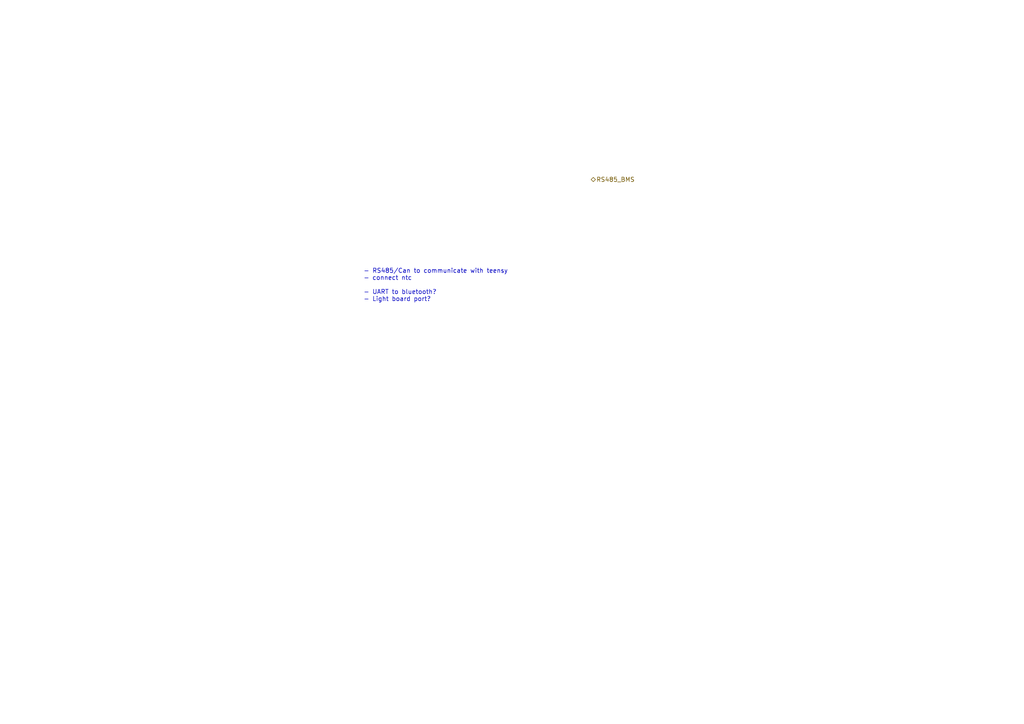
<source format=kicad_sch>
(kicad_sch (version 20211123) (generator eeschema)
  (paper "A4")
  (lib_symbols)
  (text "- RS485/Can to communicate with teensy\n- connect ntc\n\n- UART to bluetooth?\n- Light board port?" (at 105.41 87.63 0) (effects (font (size 1.27 1.27)) (justify left bottom)))
  (hierarchical_label "RS485_BMS" (shape bidirectional) (at 171.45 52.07 0))
)
</source>
